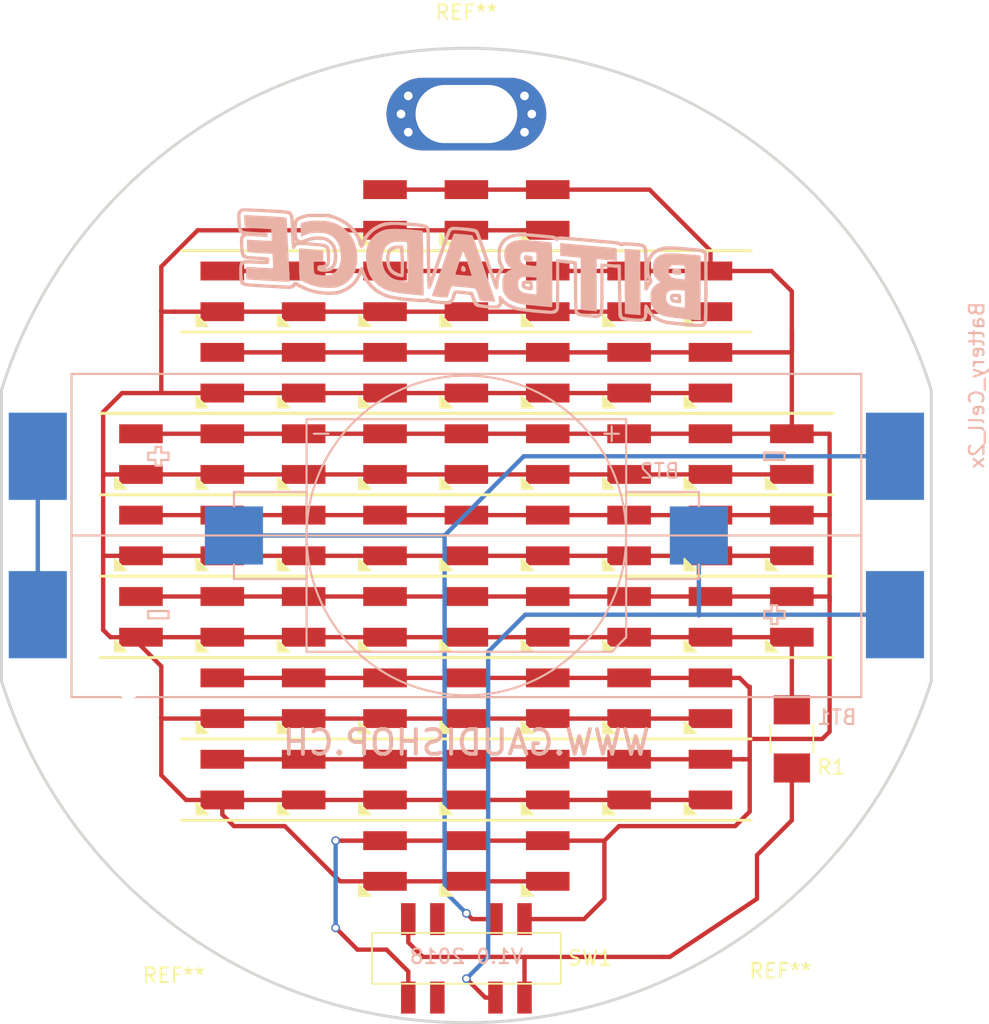
<source format=kicad_pcb>
(kicad_pcb (version 4) (host pcbnew 4.0.7-e2-6376~58~ubuntu16.04.1)
  (layers (0 F.Cu signal) (31 B.Cu signal) (34 B.Paste user) (35 F.Paste user) (36 B.SilkS user) (37 F.SilkS user) (38 B.Mask user) (39 F.Mask user) (44 Edge.Cuts user))
  (net 0 "")
  (net 1 "Net-(BT1-Pad2)")
  (net 2 "Net-(BT1-Pad1)")
  (net 3 "Net-(BT1-Pad4)")
  (net 4 "Net-(D1-Pad1)")
  (net 5 "Net-(D1-Pad2)")
  (net 6 "Net-(SW1-Pad2)")
  (net 7 "Net-(SW1-Pad6)")
  (net 8 "Net-(R1-Pad1)")
  (module GaudiLabsFootPrints:MountingHole_BitBadge (layer F.Cu) (at 100 71)
    (fp_text reference REF** (at 0 -7) (layer F.SilkS))
    (fp_text value MountingHole_6mm_Pad_Via)
    (pad 1 thru_hole oval (at 0 0) (size 11 5) (drill oval 7 4) (layers *.Cu *.Mask))
    (pad 1 thru_hole circle (at 4.5 0) (size 0.9 0.9) (drill 0.6) (layers *.Cu *.Mask))
    (pad 1 thru_hole circle (at 4 1.25) (size 0.9 0.9) (drill 0.6) (layers *.Cu *.Mask))
    (pad 1 thru_hole circle (at -4 1.25) (size 0.9 0.9) (drill 0.6) (layers *.Cu *.Mask))
    (pad 1 thru_hole circle (at -4.5 0) (size 0.9 0.9) (drill 0.6) (layers *.Cu *.Mask))
    (pad 1 thru_hole circle (at -4 -1.25) (size 0.9 0.9) (drill 0.6) (layers *.Cu *.Mask))
    (pad 1 thru_hole circle (at 4 -1.25) (size 0.9 0.9) (drill 0.6) (layers *.Cu *.Mask))
  )
  (module GaudiLabsLogos:Peace_logo (layer B.Cu) (at 80 116.62 180)
    (fp_text reference G*** hide)
    (fp_text value LOGO hide)
  )
  (module GaudiLabsFootPrints:SWITCH_MSS23D19 (layer F.Cu) (at 100 129.1)
    (fp_text reference SW1 (at 8.51 -0.02) (layer F.SilkS))
    (fp_text value SW_2P3T)
    (pad 3 smd rect (at 2 -2.7) (size 1 2.2) (layers F.Cu F.Paste F.Mask) (net 3 "Net-(BT1-Pad4)"))
    (pad 4 smd rect (at 4 -2.7) (size 1 2.2) (layers F.Cu F.Paste F.Mask) (net 4 "Net-(D1-Pad1)"))
    (pad 1 smd rect (at -4 -2.7) (size 1 2.2) (layers F.Cu F.Paste F.Mask) (net 8 "Net-(R1-Pad1)"))
    (pad 2 smd rect (at -2 -2.7) (size 1 2.2) (layers F.Cu F.Paste F.Mask) (net 6 "Net-(SW1-Pad2)"))
    (pad 7 smd rect (at 2 2.7) (size 1 2.2) (layers F.Cu F.Paste F.Mask) (net 2 "Net-(BT1-Pad1)"))
    (pad 8 smd rect (at 4 2.7) (size 1 2.2) (layers F.Cu F.Paste F.Mask) (net 8 "Net-(R1-Pad1)"))
    (pad 6 smd rect (at -2 2.7) (size 1 2.2) (layers F.Cu F.Paste F.Mask) (net 7 "Net-(SW1-Pad6)"))
    (pad 5 smd rect (at -4 2.7) (size 1 2.2) (layers F.Cu F.Paste F.Mask) (net 4 "Net-(D1-Pad1)"))
  )
  (module GaudiLabsFootPrints:TopLed_BitBadge (layer F.Cu) (at 94.4 77.6)
    (fp_text reference D1 hide)
    (fp_text value LED_ALT)
    (pad 1 smd rect (at 0 -1.4) (size 3 1.3) (layers F.Cu F.Paste F.Mask) (net 4 "Net-(D1-Pad1)"))
    (pad 2 smd rect (at 0 1.4) (size 3 1.3) (layers F.Cu F.Paste F.Mask) (net 5 "Net-(D1-Pad2)"))
  )
  (module GaudiLabsFootPrints:TopLed_BitBadge (layer F.Cu) (at 100 77.6)
    (fp_text reference D2 hide)
    (fp_text value LED_ALT)
    (pad 1 smd rect (at 0 -1.4) (size 3 1.3) (layers F.Cu F.Paste F.Mask) (net 4 "Net-(D1-Pad1)"))
    (pad 2 smd rect (at 0 1.4) (size 3 1.3) (layers F.Cu F.Paste F.Mask) (net 5 "Net-(D1-Pad2)"))
  )
  (module GaudiLabsFootPrints:TopLed_BitBadge (layer F.Cu) (at 105.6 77.6)
    (fp_text reference D3 hide)
    (fp_text value LED_ALT)
    (pad 1 smd rect (at 0 -1.4) (size 3 1.3) (layers F.Cu F.Paste F.Mask) (net 4 "Net-(D1-Pad1)"))
    (pad 2 smd rect (at 0 1.4) (size 3 1.3) (layers F.Cu F.Paste F.Mask) (net 5 "Net-(D1-Pad2)"))
  )
  (module GaudiLabsFootPrints:TopLed_BitBadge (layer F.Cu) (at 83.2 83.2)
    (fp_text reference D4 hide)
    (fp_text value LED_ALT)
    (pad 1 smd rect (at 0 -1.4) (size 3 1.3) (layers F.Cu F.Paste F.Mask) (net 4 "Net-(D1-Pad1)"))
    (pad 2 smd rect (at 0 1.4) (size 3 1.3) (layers F.Cu F.Paste F.Mask) (net 5 "Net-(D1-Pad2)"))
  )
  (module GaudiLabsFootPrints:TopLed_BitBadge (layer F.Cu) (at 88.8 83.2)
    (fp_text reference D5 hide)
    (fp_text value LED_ALT)
    (pad 1 smd rect (at 0 -1.4) (size 3 1.3) (layers F.Cu F.Paste F.Mask) (net 4 "Net-(D1-Pad1)"))
    (pad 2 smd rect (at 0 1.4) (size 3 1.3) (layers F.Cu F.Paste F.Mask) (net 5 "Net-(D1-Pad2)"))
  )
  (module GaudiLabsFootPrints:TopLed_BitBadge (layer F.Cu) (at 94.4 83.2)
    (fp_text reference D6 hide)
    (fp_text value LED_ALT)
    (pad 1 smd rect (at 0 -1.4) (size 3 1.3) (layers F.Cu F.Paste F.Mask) (net 4 "Net-(D1-Pad1)"))
    (pad 2 smd rect (at 0 1.4) (size 3 1.3) (layers F.Cu F.Paste F.Mask) (net 5 "Net-(D1-Pad2)"))
  )
  (module GaudiLabsFootPrints:TopLed_BitBadge (layer F.Cu) (at 100 83.2)
    (fp_text reference D7 hide)
    (fp_text value LED_ALT)
    (pad 1 smd rect (at 0 -1.4) (size 3 1.3) (layers F.Cu F.Paste F.Mask) (net 4 "Net-(D1-Pad1)"))
    (pad 2 smd rect (at 0 1.4) (size 3 1.3) (layers F.Cu F.Paste F.Mask) (net 5 "Net-(D1-Pad2)"))
  )
  (module GaudiLabsFootPrints:TopLed_BitBadge (layer F.Cu) (at 105.6 83.2)
    (fp_text reference D8 hide)
    (fp_text value LED_ALT)
    (pad 1 smd rect (at 0 -1.4) (size 3 1.3) (layers F.Cu F.Paste F.Mask) (net 4 "Net-(D1-Pad1)"))
    (pad 2 smd rect (at 0 1.4) (size 3 1.3) (layers F.Cu F.Paste F.Mask) (net 5 "Net-(D1-Pad2)"))
  )
  (module GaudiLabsFootPrints:TopLed_BitBadge (layer F.Cu) (at 111.2 83.2)
    (fp_text reference D9 hide)
    (fp_text value LED_ALT)
    (pad 1 smd rect (at 0 -1.4) (size 3 1.3) (layers F.Cu F.Paste F.Mask) (net 4 "Net-(D1-Pad1)"))
    (pad 2 smd rect (at 0 1.4) (size 3 1.3) (layers F.Cu F.Paste F.Mask) (net 5 "Net-(D1-Pad2)"))
  )
  (module GaudiLabsFootPrints:TopLed_BitBadge (layer F.Cu) (at 116.8 83.2)
    (fp_text reference D10 hide)
    (fp_text value LED_ALT)
    (pad 1 smd rect (at 0 -1.4) (size 3 1.3) (layers F.Cu F.Paste F.Mask) (net 4 "Net-(D1-Pad1)"))
    (pad 2 smd rect (at 0 1.4) (size 3 1.3) (layers F.Cu F.Paste F.Mask) (net 5 "Net-(D1-Pad2)"))
  )
  (module GaudiLabsFootPrints:TopLed_BitBadge (layer F.Cu) (at 83.2 88.8)
    (fp_text reference D11 hide)
    (fp_text value LED_ALT)
    (pad 1 smd rect (at 0 -1.4) (size 3 1.3) (layers F.Cu F.Paste F.Mask) (net 4 "Net-(D1-Pad1)"))
    (pad 2 smd rect (at 0 1.4) (size 3 1.3) (layers F.Cu F.Paste F.Mask) (net 5 "Net-(D1-Pad2)"))
  )
  (module GaudiLabsFootPrints:TopLed_BitBadge (layer F.Cu) (at 88.8 88.8)
    (fp_text reference D12 hide)
    (fp_text value LED_ALT)
    (pad 1 smd rect (at 0 -1.4) (size 3 1.3) (layers F.Cu F.Paste F.Mask) (net 4 "Net-(D1-Pad1)"))
    (pad 2 smd rect (at 0 1.4) (size 3 1.3) (layers F.Cu F.Paste F.Mask) (net 5 "Net-(D1-Pad2)"))
  )
  (module GaudiLabsFootPrints:TopLed_BitBadge (layer F.Cu) (at 94.4 88.8)
    (fp_text reference D13 hide)
    (fp_text value LED_ALT)
    (pad 1 smd rect (at 0 -1.4) (size 3 1.3) (layers F.Cu F.Paste F.Mask) (net 4 "Net-(D1-Pad1)"))
    (pad 2 smd rect (at 0 1.4) (size 3 1.3) (layers F.Cu F.Paste F.Mask) (net 5 "Net-(D1-Pad2)"))
  )
  (module GaudiLabsFootPrints:TopLed_BitBadge (layer F.Cu) (at 100 88.8)
    (fp_text reference D14 hide)
    (fp_text value LED_ALT)
    (pad 1 smd rect (at 0 -1.4) (size 3 1.3) (layers F.Cu F.Paste F.Mask) (net 4 "Net-(D1-Pad1)"))
    (pad 2 smd rect (at 0 1.4) (size 3 1.3) (layers F.Cu F.Paste F.Mask) (net 5 "Net-(D1-Pad2)"))
  )
  (module GaudiLabsFootPrints:TopLed_BitBadge (layer F.Cu) (at 105.6 88.8)
    (fp_text reference D15 hide)
    (fp_text value LED_ALT)
    (pad 1 smd rect (at 0 -1.4) (size 3 1.3) (layers F.Cu F.Paste F.Mask) (net 4 "Net-(D1-Pad1)"))
    (pad 2 smd rect (at 0 1.4) (size 3 1.3) (layers F.Cu F.Paste F.Mask) (net 5 "Net-(D1-Pad2)"))
  )
  (module GaudiLabsFootPrints:TopLed_BitBadge (layer F.Cu) (at 111.2 88.8)
    (fp_text reference D16 hide)
    (fp_text value LED_ALT)
    (pad 1 smd rect (at 0 -1.4) (size 3 1.3) (layers F.Cu F.Paste F.Mask) (net 4 "Net-(D1-Pad1)"))
    (pad 2 smd rect (at 0 1.4) (size 3 1.3) (layers F.Cu F.Paste F.Mask) (net 5 "Net-(D1-Pad2)"))
  )
  (module GaudiLabsFootPrints:TopLed_BitBadge (layer F.Cu) (at 116.8 88.8)
    (fp_text reference D17 hide)
    (fp_text value LED_ALT)
    (pad 1 smd rect (at 0 -1.4) (size 3 1.3) (layers F.Cu F.Paste F.Mask) (net 4 "Net-(D1-Pad1)"))
    (pad 2 smd rect (at 0 1.4) (size 3 1.3) (layers F.Cu F.Paste F.Mask) (net 5 "Net-(D1-Pad2)"))
  )
  (module GaudiLabsFootPrints:TopLed_BitBadge (layer F.Cu) (at 77.6 94.4)
    (fp_text reference D18 hide)
    (fp_text value LED_ALT)
    (pad 1 smd rect (at 0 -1.4) (size 3 1.3) (layers F.Cu F.Paste F.Mask) (net 4 "Net-(D1-Pad1)"))
    (pad 2 smd rect (at 0 1.4) (size 3 1.3) (layers F.Cu F.Paste F.Mask) (net 5 "Net-(D1-Pad2)"))
  )
  (module GaudiLabsFootPrints:TopLed_BitBadge (layer F.Cu) (at 83.2 94.4)
    (fp_text reference D19 hide)
    (fp_text value LED_ALT)
    (pad 1 smd rect (at 0 -1.4) (size 3 1.3) (layers F.Cu F.Paste F.Mask) (net 4 "Net-(D1-Pad1)"))
    (pad 2 smd rect (at 0 1.4) (size 3 1.3) (layers F.Cu F.Paste F.Mask) (net 5 "Net-(D1-Pad2)"))
  )
  (module GaudiLabsFootPrints:TopLed_BitBadge (layer F.Cu) (at 88.8 94.4)
    (fp_text reference D20 hide)
    (fp_text value LED_ALT)
    (pad 1 smd rect (at 0 -1.4) (size 3 1.3) (layers F.Cu F.Paste F.Mask) (net 4 "Net-(D1-Pad1)"))
    (pad 2 smd rect (at 0 1.4) (size 3 1.3) (layers F.Cu F.Paste F.Mask) (net 5 "Net-(D1-Pad2)"))
  )
  (module GaudiLabsFootPrints:TopLed_BitBadge (layer F.Cu) (at 94.4 94.4)
    (fp_text reference D21 hide)
    (fp_text value LED_ALT)
    (pad 1 smd rect (at 0 -1.4) (size 3 1.3) (layers F.Cu F.Paste F.Mask) (net 4 "Net-(D1-Pad1)"))
    (pad 2 smd rect (at 0 1.4) (size 3 1.3) (layers F.Cu F.Paste F.Mask) (net 5 "Net-(D1-Pad2)"))
  )
  (module GaudiLabsFootPrints:TopLed_BitBadge (layer F.Cu) (at 100 94.4)
    (fp_text reference D22 hide)
    (fp_text value LED_ALT)
    (pad 1 smd rect (at 0 -1.4) (size 3 1.3) (layers F.Cu F.Paste F.Mask) (net 4 "Net-(D1-Pad1)"))
    (pad 2 smd rect (at 0 1.4) (size 3 1.3) (layers F.Cu F.Paste F.Mask) (net 5 "Net-(D1-Pad2)"))
  )
  (module GaudiLabsFootPrints:TopLed_BitBadge (layer F.Cu) (at 105.6 94.4)
    (fp_text reference D23 hide)
    (fp_text value LED_ALT)
    (pad 1 smd rect (at 0 -1.4) (size 3 1.3) (layers F.Cu F.Paste F.Mask) (net 4 "Net-(D1-Pad1)"))
    (pad 2 smd rect (at 0 1.4) (size 3 1.3) (layers F.Cu F.Paste F.Mask) (net 5 "Net-(D1-Pad2)"))
  )
  (module GaudiLabsFootPrints:TopLed_BitBadge (layer F.Cu) (at 111.2 94.4)
    (fp_text reference D24 hide)
    (fp_text value LED_ALT)
    (pad 1 smd rect (at 0 -1.4) (size 3 1.3) (layers F.Cu F.Paste F.Mask) (net 4 "Net-(D1-Pad1)"))
    (pad 2 smd rect (at 0 1.4) (size 3 1.3) (layers F.Cu F.Paste F.Mask) (net 5 "Net-(D1-Pad2)"))
  )
  (module GaudiLabsFootPrints:TopLed_BitBadge (layer F.Cu) (at 116.8 94.4)
    (fp_text reference D25 hide)
    (fp_text value LED_ALT)
    (pad 1 smd rect (at 0 -1.4) (size 3 1.3) (layers F.Cu F.Paste F.Mask) (net 4 "Net-(D1-Pad1)"))
    (pad 2 smd rect (at 0 1.4) (size 3 1.3) (layers F.Cu F.Paste F.Mask) (net 5 "Net-(D1-Pad2)"))
  )
  (module GaudiLabsFootPrints:TopLed_BitBadge (layer F.Cu) (at 122.4 94.4)
    (fp_text reference D26 hide)
    (fp_text value LED_ALT)
    (pad 1 smd rect (at 0 -1.4) (size 3 1.3) (layers F.Cu F.Paste F.Mask) (net 4 "Net-(D1-Pad1)"))
    (pad 2 smd rect (at 0 1.4) (size 3 1.3) (layers F.Cu F.Paste F.Mask) (net 5 "Net-(D1-Pad2)"))
  )
  (module GaudiLabsFootPrints:TopLed_BitBadge (layer F.Cu) (at 77.6 100)
    (fp_text reference D27 hide)
    (fp_text value LED_ALT)
    (pad 1 smd rect (at 0 -1.4) (size 3 1.3) (layers F.Cu F.Paste F.Mask) (net 4 "Net-(D1-Pad1)"))
    (pad 2 smd rect (at 0 1.4) (size 3 1.3) (layers F.Cu F.Paste F.Mask) (net 5 "Net-(D1-Pad2)"))
  )
  (module GaudiLabsFootPrints:TopLed_BitBadge (layer F.Cu) (at 83.2 100)
    (fp_text reference D28 hide)
    (fp_text value LED_ALT)
    (pad 1 smd rect (at 0 -1.4) (size 3 1.3) (layers F.Cu F.Paste F.Mask) (net 4 "Net-(D1-Pad1)"))
    (pad 2 smd rect (at 0 1.4) (size 3 1.3) (layers F.Cu F.Paste F.Mask) (net 5 "Net-(D1-Pad2)"))
  )
  (module GaudiLabsFootPrints:TopLed_BitBadge (layer F.Cu) (at 88.8 100)
    (fp_text reference D29 hide)
    (fp_text value LED_ALT)
    (pad 1 smd rect (at 0 -1.4) (size 3 1.3) (layers F.Cu F.Paste F.Mask) (net 4 "Net-(D1-Pad1)"))
    (pad 2 smd rect (at 0 1.4) (size 3 1.3) (layers F.Cu F.Paste F.Mask) (net 5 "Net-(D1-Pad2)"))
  )
  (module GaudiLabsFootPrints:TopLed_BitBadge (layer F.Cu) (at 94.4 100)
    (fp_text reference D30 hide)
    (fp_text value LED_ALT)
    (pad 1 smd rect (at 0 -1.4) (size 3 1.3) (layers F.Cu F.Paste F.Mask) (net 4 "Net-(D1-Pad1)"))
    (pad 2 smd rect (at 0 1.4) (size 3 1.3) (layers F.Cu F.Paste F.Mask) (net 5 "Net-(D1-Pad2)"))
  )
  (module GaudiLabsFootPrints:TopLed_BitBadge (layer F.Cu) (at 100 100)
    (fp_text reference D31 hide)
    (fp_text value LED_ALT)
    (pad 1 smd rect (at 0 -1.4) (size 3 1.3) (layers F.Cu F.Paste F.Mask) (net 4 "Net-(D1-Pad1)"))
    (pad 2 smd rect (at 0 1.4) (size 3 1.3) (layers F.Cu F.Paste F.Mask) (net 5 "Net-(D1-Pad2)"))
  )
  (module GaudiLabsFootPrints:TopLed_BitBadge (layer F.Cu) (at 105.6 100)
    (fp_text reference D32 hide)
    (fp_text value LED_ALT)
    (pad 1 smd rect (at 0 -1.4) (size 3 1.3) (layers F.Cu F.Paste F.Mask) (net 4 "Net-(D1-Pad1)"))
    (pad 2 smd rect (at 0 1.4) (size 3 1.3) (layers F.Cu F.Paste F.Mask) (net 5 "Net-(D1-Pad2)"))
  )
  (module GaudiLabsFootPrints:TopLed_BitBadge (layer F.Cu) (at 111.2 100)
    (fp_text reference D33 hide)
    (fp_text value LED_ALT)
    (pad 1 smd rect (at 0 -1.4) (size 3 1.3) (layers F.Cu F.Paste F.Mask) (net 4 "Net-(D1-Pad1)"))
    (pad 2 smd rect (at 0 1.4) (size 3 1.3) (layers F.Cu F.Paste F.Mask) (net 5 "Net-(D1-Pad2)"))
  )
  (module GaudiLabsFootPrints:TopLed_BitBadge (layer F.Cu) (at 116.8 100)
    (fp_text reference D34 hide)
    (fp_text value LED_ALT)
    (pad 1 smd rect (at 0 -1.4) (size 3 1.3) (layers F.Cu F.Paste F.Mask) (net 4 "Net-(D1-Pad1)"))
    (pad 2 smd rect (at 0 1.4) (size 3 1.3) (layers F.Cu F.Paste F.Mask) (net 5 "Net-(D1-Pad2)"))
  )
  (module GaudiLabsFootPrints:TopLed_BitBadge (layer F.Cu) (at 122.4 100)
    (fp_text reference D35 hide)
    (fp_text value LED_ALT)
    (pad 1 smd rect (at 0 -1.4) (size 3 1.3) (layers F.Cu F.Paste F.Mask) (net 4 "Net-(D1-Pad1)"))
    (pad 2 smd rect (at 0 1.4) (size 3 1.3) (layers F.Cu F.Paste F.Mask) (net 5 "Net-(D1-Pad2)"))
  )
  (module GaudiLabsFootPrints:TopLed_BitBadge (layer F.Cu) (at 77.6 105.6)
    (fp_text reference D36 hide)
    (fp_text value LED_ALT)
    (pad 1 smd rect (at 0 -1.4) (size 3 1.3) (layers F.Cu F.Paste F.Mask) (net 4 "Net-(D1-Pad1)"))
    (pad 2 smd rect (at 0 1.4) (size 3 1.3) (layers F.Cu F.Paste F.Mask) (net 5 "Net-(D1-Pad2)"))
  )
  (module GaudiLabsFootPrints:TopLed_BitBadge (layer F.Cu) (at 83.2 105.6)
    (fp_text reference D37 hide)
    (fp_text value LED_ALT)
    (pad 1 smd rect (at 0 -1.4) (size 3 1.3) (layers F.Cu F.Paste F.Mask) (net 4 "Net-(D1-Pad1)"))
    (pad 2 smd rect (at 0 1.4) (size 3 1.3) (layers F.Cu F.Paste F.Mask) (net 5 "Net-(D1-Pad2)"))
  )
  (module GaudiLabsFootPrints:TopLed_BitBadge (layer F.Cu) (at 88.8 105.6)
    (fp_text reference D38 hide)
    (fp_text value LED_ALT)
    (pad 1 smd rect (at 0 -1.4) (size 3 1.3) (layers F.Cu F.Paste F.Mask) (net 4 "Net-(D1-Pad1)"))
    (pad 2 smd rect (at 0 1.4) (size 3 1.3) (layers F.Cu F.Paste F.Mask) (net 5 "Net-(D1-Pad2)"))
  )
  (module GaudiLabsFootPrints:TopLed_BitBadge (layer F.Cu) (at 94.4 105.6)
    (fp_text reference D39 hide)
    (fp_text value LED_ALT)
    (pad 1 smd rect (at 0 -1.4) (size 3 1.3) (layers F.Cu F.Paste F.Mask) (net 4 "Net-(D1-Pad1)"))
    (pad 2 smd rect (at 0 1.4) (size 3 1.3) (layers F.Cu F.Paste F.Mask) (net 5 "Net-(D1-Pad2)"))
  )
  (module GaudiLabsFootPrints:TopLed_BitBadge (layer F.Cu) (at 100 105.6)
    (fp_text reference D40 hide)
    (fp_text value LED_ALT)
    (pad 1 smd rect (at 0 -1.4) (size 3 1.3) (layers F.Cu F.Paste F.Mask) (net 4 "Net-(D1-Pad1)"))
    (pad 2 smd rect (at 0 1.4) (size 3 1.3) (layers F.Cu F.Paste F.Mask) (net 5 "Net-(D1-Pad2)"))
  )
  (module GaudiLabsFootPrints:TopLed_BitBadge (layer F.Cu) (at 105.6 105.6)
    (fp_text reference D41 hide)
    (fp_text value LED_ALT)
    (pad 1 smd rect (at 0 -1.4) (size 3 1.3) (layers F.Cu F.Paste F.Mask) (net 4 "Net-(D1-Pad1)"))
    (pad 2 smd rect (at 0 1.4) (size 3 1.3) (layers F.Cu F.Paste F.Mask) (net 5 "Net-(D1-Pad2)"))
  )
  (module GaudiLabsFootPrints:TopLed_BitBadge (layer F.Cu) (at 111.2 105.6)
    (fp_text reference D42 hide)
    (fp_text value LED_ALT)
    (pad 1 smd rect (at 0 -1.4) (size 3 1.3) (layers F.Cu F.Paste F.Mask) (net 4 "Net-(D1-Pad1)"))
    (pad 2 smd rect (at 0 1.4) (size 3 1.3) (layers F.Cu F.Paste F.Mask) (net 5 "Net-(D1-Pad2)"))
  )
  (module GaudiLabsFootPrints:TopLed_BitBadge (layer F.Cu) (at 116.8 105.6)
    (fp_text reference D43 hide)
    (fp_text value LED_ALT)
    (pad 1 smd rect (at 0 -1.4) (size 3 1.3) (layers F.Cu F.Paste F.Mask) (net 4 "Net-(D1-Pad1)"))
    (pad 2 smd rect (at 0 1.4) (size 3 1.3) (layers F.Cu F.Paste F.Mask) (net 5 "Net-(D1-Pad2)"))
  )
  (module GaudiLabsFootPrints:TopLed_BitBadge (layer F.Cu) (at 122.4 105.6)
    (fp_text reference D44 hide)
    (fp_text value LED_ALT)
    (pad 1 smd rect (at 0 -1.4) (size 3 1.3) (layers F.Cu F.Paste F.Mask) (net 4 "Net-(D1-Pad1)"))
    (pad 2 smd rect (at 0 1.4) (size 3 1.3) (layers F.Cu F.Paste F.Mask) (net 5 "Net-(D1-Pad2)"))
  )
  (module GaudiLabsFootPrints:TopLed_BitBadge (layer F.Cu) (at 83.2 111.2)
    (fp_text reference D45 hide)
    (fp_text value LED_ALT)
    (pad 1 smd rect (at 0 -1.4) (size 3 1.3) (layers F.Cu F.Paste F.Mask) (net 4 "Net-(D1-Pad1)"))
    (pad 2 smd rect (at 0 1.4) (size 3 1.3) (layers F.Cu F.Paste F.Mask) (net 5 "Net-(D1-Pad2)"))
  )
  (module GaudiLabsFootPrints:TopLed_BitBadge (layer F.Cu) (at 88.8 111.2)
    (fp_text reference D46 hide)
    (fp_text value LED_ALT)
    (pad 1 smd rect (at 0 -1.4) (size 3 1.3) (layers F.Cu F.Paste F.Mask) (net 4 "Net-(D1-Pad1)"))
    (pad 2 smd rect (at 0 1.4) (size 3 1.3) (layers F.Cu F.Paste F.Mask) (net 5 "Net-(D1-Pad2)"))
  )
  (module GaudiLabsFootPrints:TopLed_BitBadge (layer F.Cu) (at 94.4 111.2)
    (fp_text reference D47 hide)
    (fp_text value LED_ALT)
    (pad 1 smd rect (at 0 -1.4) (size 3 1.3) (layers F.Cu F.Paste F.Mask) (net 4 "Net-(D1-Pad1)"))
    (pad 2 smd rect (at 0 1.4) (size 3 1.3) (layers F.Cu F.Paste F.Mask) (net 5 "Net-(D1-Pad2)"))
  )
  (module GaudiLabsFootPrints:TopLed_BitBadge (layer F.Cu) (at 100 111.2)
    (fp_text reference D48 hide)
    (fp_text value LED_ALT)
    (pad 1 smd rect (at 0 -1.4) (size 3 1.3) (layers F.Cu F.Paste F.Mask) (net 4 "Net-(D1-Pad1)"))
    (pad 2 smd rect (at 0 1.4) (size 3 1.3) (layers F.Cu F.Paste F.Mask) (net 5 "Net-(D1-Pad2)"))
  )
  (module GaudiLabsFootPrints:TopLed_BitBadge (layer F.Cu) (at 105.6 111.2)
    (fp_text reference D49 hide)
    (fp_text value LED_ALT)
    (pad 1 smd rect (at 0 -1.4) (size 3 1.3) (layers F.Cu F.Paste F.Mask) (net 4 "Net-(D1-Pad1)"))
    (pad 2 smd rect (at 0 1.4) (size 3 1.3) (layers F.Cu F.Paste F.Mask) (net 5 "Net-(D1-Pad2)"))
  )
  (module GaudiLabsFootPrints:TopLed_BitBadge (layer F.Cu) (at 111.2 111.2)
    (fp_text reference D50 hide)
    (fp_text value LED_ALT)
    (pad 1 smd rect (at 0 -1.4) (size 3 1.3) (layers F.Cu F.Paste F.Mask) (net 4 "Net-(D1-Pad1)"))
    (pad 2 smd rect (at 0 1.4) (size 3 1.3) (layers F.Cu F.Paste F.Mask) (net 5 "Net-(D1-Pad2)"))
  )
  (module GaudiLabsFootPrints:TopLed_BitBadge (layer F.Cu) (at 116.8 111.2)
    (fp_text reference D51 hide)
    (fp_text value LED_ALT)
    (pad 1 smd rect (at 0 -1.4) (size 3 1.3) (layers F.Cu F.Paste F.Mask) (net 4 "Net-(D1-Pad1)"))
    (pad 2 smd rect (at 0 1.4) (size 3 1.3) (layers F.Cu F.Paste F.Mask) (net 5 "Net-(D1-Pad2)"))
  )
  (module GaudiLabsFootPrints:TopLed_BitBadge (layer F.Cu) (at 83.2 116.8)
    (fp_text reference D52 hide)
    (fp_text value LED_ALT)
    (pad 1 smd rect (at 0 -1.4) (size 3 1.3) (layers F.Cu F.Paste F.Mask) (net 4 "Net-(D1-Pad1)"))
    (pad 2 smd rect (at 0 1.4) (size 3 1.3) (layers F.Cu F.Paste F.Mask) (net 5 "Net-(D1-Pad2)"))
  )
  (module GaudiLabsFootPrints:TopLed_BitBadge (layer F.Cu) (at 88.8 116.8)
    (fp_text reference D53 hide)
    (fp_text value LED_ALT)
    (pad 1 smd rect (at 0 -1.4) (size 3 1.3) (layers F.Cu F.Paste F.Mask) (net 4 "Net-(D1-Pad1)"))
    (pad 2 smd rect (at 0 1.4) (size 3 1.3) (layers F.Cu F.Paste F.Mask) (net 5 "Net-(D1-Pad2)"))
  )
  (module GaudiLabsFootPrints:TopLed_BitBadge (layer F.Cu) (at 94.4 116.8)
    (fp_text reference D54 hide)
    (fp_text value LED_ALT)
    (pad 1 smd rect (at 0 -1.4) (size 3 1.3) (layers F.Cu F.Paste F.Mask) (net 4 "Net-(D1-Pad1)"))
    (pad 2 smd rect (at 0 1.4) (size 3 1.3) (layers F.Cu F.Paste F.Mask) (net 5 "Net-(D1-Pad2)"))
  )
  (module GaudiLabsFootPrints:TopLed_BitBadge (layer F.Cu) (at 100 116.8)
    (fp_text reference D55 hide)
    (fp_text value LED_ALT)
    (pad 1 smd rect (at 0 -1.4) (size 3 1.3) (layers F.Cu F.Paste F.Mask) (net 4 "Net-(D1-Pad1)"))
    (pad 2 smd rect (at 0 1.4) (size 3 1.3) (layers F.Cu F.Paste F.Mask) (net 5 "Net-(D1-Pad2)"))
  )
  (module GaudiLabsFootPrints:TopLed_BitBadge (layer F.Cu) (at 105.6 116.8)
    (fp_text reference D56 hide)
    (fp_text value LED_ALT)
    (pad 1 smd rect (at 0 -1.4) (size 3 1.3) (layers F.Cu F.Paste F.Mask) (net 4 "Net-(D1-Pad1)"))
    (pad 2 smd rect (at 0 1.4) (size 3 1.3) (layers F.Cu F.Paste F.Mask) (net 5 "Net-(D1-Pad2)"))
  )
  (module GaudiLabsFootPrints:TopLed_BitBadge (layer F.Cu) (at 111.2 116.8)
    (fp_text reference D57 hide)
    (fp_text value LED_ALT)
    (pad 1 smd rect (at 0 -1.4) (size 3 1.3) (layers F.Cu F.Paste F.Mask) (net 4 "Net-(D1-Pad1)"))
    (pad 2 smd rect (at 0 1.4) (size 3 1.3) (layers F.Cu F.Paste F.Mask) (net 5 "Net-(D1-Pad2)"))
  )
  (module GaudiLabsFootPrints:TopLed_BitBadge (layer F.Cu) (at 116.8 116.8)
    (fp_text reference D58 hide)
    (fp_text value LED_ALT)
    (pad 1 smd rect (at 0 -1.4) (size 3 1.3) (layers F.Cu F.Paste F.Mask) (net 4 "Net-(D1-Pad1)"))
    (pad 2 smd rect (at 0 1.4) (size 3 1.3) (layers F.Cu F.Paste F.Mask) (net 5 "Net-(D1-Pad2)"))
  )
  (module GaudiLabsFootPrints:TopLed_BitBadge (layer F.Cu) (at 94.4 122.4)
    (fp_text reference D59 hide)
    (fp_text value LED_ALT)
    (pad 1 smd rect (at 0 -1.4) (size 3 1.3) (layers F.Cu F.Paste F.Mask) (net 4 "Net-(D1-Pad1)"))
    (pad 2 smd rect (at 0 1.4) (size 3 1.3) (layers F.Cu F.Paste F.Mask) (net 5 "Net-(D1-Pad2)"))
  )
  (module GaudiLabsFootPrints:TopLed_BitBadge (layer F.Cu) (at 100 122.4)
    (fp_text reference D60 hide)
    (fp_text value LED_ALT)
    (pad 1 smd rect (at 0 -1.4) (size 3 1.3) (layers F.Cu F.Paste F.Mask) (net 4 "Net-(D1-Pad1)"))
    (pad 2 smd rect (at 0 1.4) (size 3 1.3) (layers F.Cu F.Paste F.Mask) (net 5 "Net-(D1-Pad2)"))
  )
  (module GaudiLabsFootPrints:TopLed_BitBadge (layer F.Cu) (at 105.6 122.4)
    (fp_text reference D61 hide)
    (fp_text value LED_ALT)
    (pad 1 smd rect (at 0 -1.4) (size 3 1.3) (layers F.Cu F.Paste F.Mask) (net 4 "Net-(D1-Pad1)"))
    (pad 2 smd rect (at 0 1.4) (size 3 1.3) (layers F.Cu F.Paste F.Mask) (net 5 "Net-(D1-Pad2)"))
  )
  (module Resistors_SMD:R_1210_HandSoldering (layer F.Cu) (at 122.4 114 90)
    (fp_text reference R1 (at -1.94 2.72 180) (layer F.SilkS))
    (fp_text value R)
    (pad 1 smd rect (at -2 0 90) (size 2 2.5) (layers F.Cu F.Paste F.Mask) (net 8 "Net-(R1-Pad1)"))
    (pad 2 smd rect (at 2 0 90) (size 2 2.5) (layers F.Cu F.Paste F.Mask) (net 5 "Net-(D1-Pad2)"))
  )
  (module GaudiLabsFootPrints:CR2032_Holder (layer B.Cu) (at 100 100)
    (fp_text reference BT2 (at 13.3 -4.44) (layer B.SilkS) (effects (justify mirror)))
    (fp_text value Battery_Cell)
    (pad 2 smd rect (at -16 0) (size 4 4) (layers B.Cu B.Paste B.Mask) (net 3 "Net-(BT1-Pad4)"))
    (pad 1 smd rect (at 16 0) (size 4 4) (layers B.Cu B.Paste B.Mask) (net 2 "Net-(BT1-Pad1)"))
  )
  (module Mounting_Holes:MountingHole_3.2mm_M3_ISO14580 (layer F.Cu) (at 115 124)
    (fp_text reference REF** (at 6.62 5.96) (layer F.SilkS))
    (fp_text value MountingHole_3.2mm_M3_ISO14580)
    (pad 1 np_thru_hole circle (at 0 0) (size 3.2 3.2) (drill 3.2) (layers *.Cu *.Mask))
  )
  (module Mounting_Holes:MountingHole_3.2mm_M3_ISO14580 (layer F.Cu) (at 85 124)
    (fp_text reference REF** (at -5.13 6.27) (layer F.SilkS))
    (fp_text value MountingHole_3.2mm_M3_ISO14580)
    (pad 1 np_thru_hole circle (at 0 0) (size 3.2 3.2) (drill 3.2) (layers *.Cu *.Mask))
  )
  (module GaudiLabsLogos:BitBadge_logo (layer B.Cu) (at 100.5 81.59 180)
    (fp_text reference G*** hide)
    (fp_text value LOGO hide)
  )
  (module GaudiLabsLogos:BitBadge_logo_mask (layer B.Cu) (at 100.42 81.6 180)
    (fp_text reference G*** hide)
    (fp_text value LOGO hide)
  )
  (module GaudiLabsFootPrints:BAT_HOLDER_AAA_DOUBLE_BITBADGE (layer B.Cu) (at 100 100)
    (fp_text reference BT1 (at 25.5 12.51) (layer B.SilkS) (effects (justify mirror)))
    (fp_text value Battery_Cell_2x (at 35.128 -10.338 270) (layer B.SilkS) (effects (justify mirror)))
    (pad 2 smd rect (at -29.5 5.45) (size 4 6) (layers B.Cu B.Paste B.Mask) (net 1 "Net-(BT1-Pad2)"))
    (pad 1 smd rect (at 29.5 5.45) (size 4 6) (layers B.Cu B.Paste B.Mask) (net 2 "Net-(BT1-Pad1)"))
    (pad 3 smd rect (at -29.5 -5.45) (size 4 6) (layers B.Cu B.Paste B.Mask) (net 1 "Net-(BT1-Pad2)"))
    (pad 4 smd rect (at 29.5 -5.45) (size 4 6) (layers B.Cu B.Paste B.Mask) (net 3 "Net-(BT1-Pad4)"))
    (pad "" np_thru_hole circle (at -23.25 10.475) (size 1.6 1.6) (drill 1.6) (layers *.Cu *.Mask))
  )
  (module GaudiLabsLogos:GitHubCat_mask (layer B.Cu) (at 120 116.62 180)
    (fp_text reference G*** hide)
    (fp_text value LOGO hide)
  )
  (gr_text "V1.0 2018" (at 100.01 128.97) (layer B.SilkS) (effects (font (size 1 1)) (justify mirror)))
  (gr_text WWW.GAUDISHOP.CH (at 100 114.25) (layer B.SilkS) (effects (font (size 1.7 1.7) (thickness 0.27)) (justify mirror)))
  (gr_arc (start 100 100) (end 68 90) (angle 145.3) (layer Edge.Cuts) (width 0.2))
  (gr_arc (start 100 100) (end 132 110) (angle 145.3) (layer Edge.Cuts) (width 0.2))
  (gr_line (start 80.4 119.6) (end 119.6 119.6) (angle 90) (layer F.SilkS) (width 0.2))
  (gr_line (start 80.4 80.4) (end 119.6 80.4) (angle 90) (layer F.SilkS) (width 0.2))
  (gr_line (start 80.4 114) (end 119.6 114) (angle 90) (layer F.SilkS) (width 0.2))
  (gr_line (start 74.8 108.4) (end 125.2 108.4) (angle 90) (layer F.SilkS) (width 0.2))
  (gr_line (start 74.8 102.8) (end 125.2 102.8) (angle 90) (layer F.SilkS) (width 0.2))
  (gr_line (start 74.8 97.2) (end 125.2 97.2) (angle 90) (layer F.SilkS) (width 0.2))
  (gr_line (start 74.8 91.6) (end 125.2 91.6) (angle 90) (layer F.SilkS) (width 0.2))
  (gr_line (start 125.2 91.6) (end 74.8 91.6) (angle 90) (layer F.SilkS) (width 0.2))
  (gr_line (start 74.8 91.6) (end 125.2 91.6) (angle 90) (layer F.SilkS) (width 0.2))
  (gr_line (start 80.4 86) (end 119.6 86) (angle 90) (layer F.SilkS) (width 0.2))
  (gr_line (start 132 90) (end 132 110) (angle 90) (layer Edge.Cuts) (width 0.2))
  (gr_line (start 68 90) (end 68 110) (angle 90) (layer Edge.Cuts) (width 0.2))
  (segment (start 70.5 94.55) (end 70.5 105.45) (width 0.3) (layer B.Cu) (net 1))
  (segment (start 100 130.5) (end 101.5 129) (width 0.3) (layer B.Cu) (net 2))
  (segment (start 102 131.8) (end 101.3 131.8) (width 0.3) (layer F.Cu) (net 2))
  (via (at 100 130.5) (size 0.6) (drill 0.4) (layers F.Cu B.Cu) (net 2))
  (segment (start 101.3 131.8) (end 100 130.5) (width 0.3) (layer F.Cu) (net 2))
  (segment (start 101.5 108) (end 104.05 105.45) (width 0.3) (layer B.Cu) (net 2))
  (segment (start 101.5 129) (end 101.5 108) (width 0.3) (layer B.Cu) (net 2))
  (segment (start 116 100) (end 116 105.45) (width 0.3) (layer B.Cu) (net 2))
  (segment (start 116 105.45) (end 116 105.5) (width 0.3) (layer B.Cu) (net 2))
  (segment (start 116 105.5) (end 116 105.45) (width 0.3) (layer B.Cu) (net 2))
  (segment (start 104.05 105.45) (end 116 105.45) (width 0.3) (layer B.Cu) (net 2))
  (segment (start 116 105.45) (end 129.5 105.45) (width 0.3) (layer B.Cu) (net 2))
  (segment (start 97 100) (end 98.5 100) (width 0.3) (layer B.Cu) (net 3))
  (segment (start 129.5 94.55) (end 103.95 94.55) (width 0.3) (layer B.Cu) (net 3))
  (segment (start 103.95 94.55) (end 98.5 100) (width 0.3) (layer B.Cu) (net 3))
  (segment (start 98.5 100) (end 98.5 101.5) (width 0.3) (layer B.Cu) (net 3))
  (segment (start 102 126.4) (end 100.4 126.4) (width 0.3) (layer F.Cu) (net 3))
  (segment (start 97 100) (end 84 100) (width 0.3) (layer B.Cu) (net 3))
  (segment (start 98.5 124.5) (end 98.5 101.5) (width 0.3) (layer B.Cu) (net 3))
  (segment (start 100 126) (end 98.5 124.5) (width 0.3) (layer B.Cu) (net 3))
  (via (at 100 126) (size 0.6) (drill 0.4) (layers F.Cu B.Cu) (net 3))
  (segment (start 100.4 126.4) (end 100 126) (width 0.3) (layer F.Cu) (net 3))
  (segment (start 109.5 121) (end 110.5 120) (width 0.3) (layer F.Cu) (net 4))
  (segment (start 118.5 120) (end 119.5 119) (width 0.3) (layer F.Cu) (net 4))
  (segment (start 110.5 120) (end 118.5 120) (width 0.3) (layer F.Cu) (net 4))
  (segment (start 118.8 109.8) (end 119.5 110.5) (width 0.3) (layer F.Cu) (net 4))
  (segment (start 119.4 110.4) (end 119.5 110.4) (width 0.3) (layer F.Cu) (net 4))
  (segment (start 119.5 110.5) (end 119.4 110.4) (width 0.3) (layer F.Cu) (net 4))
  (segment (start 125 108.5) (end 125 113.5) (width 0.3) (layer F.Cu) (net 4))
  (segment (start 124.5 114) (end 119.5 114) (width 0.3) (layer F.Cu) (net 4))
  (segment (start 125 113.5) (end 124.5 114) (width 0.3) (layer F.Cu) (net 4))
  (segment (start 96 131.8) (end 96 130) (width 0.3) (layer F.Cu) (net 4))
  (segment (start 91 121) (end 94.4 121) (width 0.3) (layer F.Cu) (net 4))
  (via (at 91 121) (size 0.6) (drill 0.4) (layers F.Cu B.Cu) (net 4))
  (segment (start 91 127) (end 91 121) (width 0.3) (layer B.Cu) (net 4))
  (via (at 91 127) (size 0.6) (drill 0.4) (layers F.Cu B.Cu) (net 4))
  (segment (start 92.5 128.5) (end 91 127) (width 0.3) (layer F.Cu) (net 4))
  (segment (start 94.5 128.5) (end 92.5 128.5) (width 0.3) (layer F.Cu) (net 4))
  (segment (start 96 130) (end 94.5 128.5) (width 0.3) (layer F.Cu) (net 4))
  (segment (start 104 126.4) (end 108.1 126.4) (width 0.3) (layer F.Cu) (net 4))
  (segment (start 109.5 125) (end 109.5 121) (width 0.3) (layer F.Cu) (net 4))
  (segment (start 108.1 126.4) (end 109.5 125) (width 0.3) (layer F.Cu) (net 4))
  (segment (start 116.8 98.6) (end 122.4 98.6) (width 0.3) (layer F.Cu) (net 4))
  (segment (start 111.2 98.6) (end 116.8 98.6) (width 0.3) (layer F.Cu) (net 4))
  (segment (start 105.6 98.6) (end 111.2 98.6) (width 0.3) (layer F.Cu) (net 4))
  (segment (start 100 98.6) (end 105.6 98.6) (width 0.3) (layer F.Cu) (net 4))
  (segment (start 94.4 98.6) (end 100 98.6) (width 0.3) (layer F.Cu) (net 4))
  (segment (start 88.8 98.6) (end 94.4 98.6) (width 0.3) (layer F.Cu) (net 4))
  (segment (start 83.2 98.6) (end 88.8 98.6) (width 0.3) (layer F.Cu) (net 4))
  (segment (start 77.6 98.6) (end 83.2 98.6) (width 0.3) (layer F.Cu) (net 4))
  (segment (start 83.2 93) (end 88.8 93) (width 0.3) (layer F.Cu) (net 4))
  (segment (start 105.6 109.8) (end 111.2 109.8) (width 0.3) (layer F.Cu) (net 4))
  (segment (start 111.2 109.8) (end 116.8 109.8) (width 0.3) (layer F.Cu) (net 4))
  (segment (start 100 109.8) (end 105.6 109.8) (width 0.3) (layer F.Cu) (net 4))
  (segment (start 94.4 109.8) (end 100 109.8) (width 0.3) (layer F.Cu) (net 4))
  (segment (start 88.8 109.8) (end 94.4 109.8) (width 0.3) (layer F.Cu) (net 4))
  (segment (start 83.2 109.8) (end 88.8 109.8) (width 0.3) (layer F.Cu) (net 4))
  (segment (start 100 121) (end 105.6 121) (width 0.3) (layer F.Cu) (net 4))
  (segment (start 94.4 121) (end 100 121) (width 0.3) (layer F.Cu) (net 4))
  (segment (start 111.2 115.4) (end 116.8 115.4) (width 0.3) (layer F.Cu) (net 4))
  (segment (start 105.6 115.4) (end 111.2 115.4) (width 0.3) (layer F.Cu) (net 4))
  (segment (start 100 115.4) (end 105.6 115.4) (width 0.3) (layer F.Cu) (net 4))
  (segment (start 94.4 115.4) (end 100 115.4) (width 0.3) (layer F.Cu) (net 4))
  (segment (start 88.8 115.4) (end 94.4 115.4) (width 0.3) (layer F.Cu) (net 4))
  (segment (start 83.2 115.4) (end 88.8 115.4) (width 0.3) (layer F.Cu) (net 4))
  (segment (start 119 115.4) (end 119.5 115.4) (width 0.3) (layer F.Cu) (net 4))
  (segment (start 119.5 115.4) (end 119.5 115.5) (width 0.3) (layer F.Cu) (net 4))
  (segment (start 119.5 115) (end 119.5 115.5) (width 0.3) (layer F.Cu) (net 4))
  (segment (start 119.5 114) (end 119.5 115) (width 0.3) (layer F.Cu) (net 4))
  (segment (start 119.5 110.4) (end 119.5 114) (width 0.3) (layer F.Cu) (net 4))
  (segment (start 119.5 115.5) (end 119.5 119) (width 0.3) (layer F.Cu) (net 4))
  (segment (start 109.5 121) (end 105.6 121) (width 0.3) (layer F.Cu) (net 4))
  (segment (start 119.1 115.4) (end 119 115.4) (width 0.3) (layer F.Cu) (net 4))
  (segment (start 119 115.4) (end 116.8 115.4) (width 0.3) (layer F.Cu) (net 4))
  (segment (start 116.8 104.2) (end 122.4 104.2) (width 0.3) (layer F.Cu) (net 4))
  (segment (start 111.2 104.2) (end 116.8 104.2) (width 0.3) (layer F.Cu) (net 4))
  (segment (start 105.6 104.2) (end 111.2 104.2) (width 0.3) (layer F.Cu) (net 4))
  (segment (start 100 104.2) (end 105.6 104.2) (width 0.3) (layer F.Cu) (net 4))
  (segment (start 94.4 104.2) (end 100 104.2) (width 0.3) (layer F.Cu) (net 4))
  (segment (start 88.8 104.2) (end 94.4 104.2) (width 0.3) (layer F.Cu) (net 4))
  (segment (start 83.2 104.2) (end 88.8 104.2) (width 0.3) (layer F.Cu) (net 4))
  (segment (start 77.6 104.2) (end 83.2 104.2) (width 0.3) (layer F.Cu) (net 4))
  (segment (start 122.4 98.6) (end 125 98.6) (width 0.3) (layer F.Cu) (net 4))
  (segment (start 125 98.6) (end 125 98.5) (width 0.3) (layer F.Cu) (net 4))
  (segment (start 122.4 104.2) (end 125 104.2) (width 0.3) (layer F.Cu) (net 4))
  (segment (start 125 104.2) (end 125 104.5) (width 0.3) (layer F.Cu) (net 4))
  (segment (start 122.4 93) (end 125 93) (width 0.3) (layer F.Cu) (net 4))
  (segment (start 125 93) (end 125 98.5) (width 0.3) (layer F.Cu) (net 4))
  (segment (start 125 98.5) (end 125 104.5) (width 0.3) (layer F.Cu) (net 4))
  (segment (start 118.8 109.8) (end 116.8 109.8) (width 0.3) (layer F.Cu) (net 4))
  (segment (start 125 104.5) (end 125 108.5) (width 0.3) (layer F.Cu) (net 4))
  (segment (start 116.8 87.4) (end 122.4 87.4) (width 0.3) (layer F.Cu) (net 4))
  (segment (start 122.4 87.4) (end 122.4 86) (width 0.3) (layer F.Cu) (net 4))
  (segment (start 116.8 81.8) (end 121 81.8) (width 0.3) (layer F.Cu) (net 4))
  (segment (start 121 81.8) (end 122.4 83.2) (width 0.3) (layer F.Cu) (net 4))
  (segment (start 122.4 83.2) (end 122.4 86) (width 0.3) (layer F.Cu) (net 4))
  (segment (start 122.4 86) (end 122.4 93) (width 0.3) (layer F.Cu) (net 4))
  (segment (start 105.6 76.2) (end 112.6 76.2) (width 0.3) (layer F.Cu) (net 4))
  (segment (start 116.8 80.4) (end 116.8 81.8) (width 0.3) (layer F.Cu) (net 4))
  (segment (start 112.6 76.2) (end 116.8 80.4) (width 0.3) (layer F.Cu) (net 4))
  (segment (start 116.8 93) (end 122.4 93) (width 0.3) (layer F.Cu) (net 4))
  (segment (start 111.2 93) (end 116.8 93) (width 0.3) (layer F.Cu) (net 4))
  (segment (start 105.6 93) (end 111.2 93) (width 0.3) (layer F.Cu) (net 4))
  (segment (start 100 93) (end 105.6 93) (width 0.3) (layer F.Cu) (net 4))
  (segment (start 94.4 93) (end 100 93) (width 0.3) (layer F.Cu) (net 4))
  (segment (start 88.8 93) (end 94.4 93) (width 0.3) (layer F.Cu) (net 4))
  (segment (start 77.6 93) (end 83.2 93) (width 0.3) (layer F.Cu) (net 4))
  (segment (start 88.8 87.4) (end 83.2 87.4) (width 0.3) (layer F.Cu) (net 4))
  (segment (start 94.4 87.4) (end 88.8 87.4) (width 0.3) (layer F.Cu) (net 4))
  (segment (start 100 87.4) (end 94.4 87.4) (width 0.3) (layer F.Cu) (net 4))
  (segment (start 105.6 87.4) (end 100 87.4) (width 0.3) (layer F.Cu) (net 4))
  (segment (start 111.2 87.4) (end 105.6 87.4) (width 0.3) (layer F.Cu) (net 4))
  (segment (start 116.8 87.4) (end 111.2 87.4) (width 0.3) (layer F.Cu) (net 4))
  (segment (start 111.2 81.8) (end 116.8 81.8) (width 0.3) (layer F.Cu) (net 4))
  (segment (start 105.6 81.8) (end 111.2 81.8) (width 0.3) (layer F.Cu) (net 4))
  (segment (start 100 81.8) (end 105.6 81.8) (width 0.3) (layer F.Cu) (net 4))
  (segment (start 94.4 81.8) (end 100 81.8) (width 0.3) (layer F.Cu) (net 4))
  (segment (start 88.8 81.8) (end 94.4 81.8) (width 0.3) (layer F.Cu) (net 4))
  (segment (start 83.2 81.8) (end 88.8 81.8) (width 0.3) (layer F.Cu) (net 4))
  (segment (start 100 76.2) (end 105.6 76.2) (width 0.3) (layer F.Cu) (net 4))
  (segment (start 94.4 76.2) (end 100 76.2) (width 0.3) (layer F.Cu) (net 4))
  (segment (start 94.4 123.8) (end 91.3 123.8) (width 0.3) (layer F.Cu) (net 5))
  (segment (start 83.2 119.2) (end 83.2 118.2) (width 0.3) (layer F.Cu) (net 5))
  (segment (start 84 120) (end 83.2 119.2) (width 0.3) (layer F.Cu) (net 5))
  (segment (start 87.5 120) (end 84 120) (width 0.3) (layer F.Cu) (net 5))
  (segment (start 91.3 123.8) (end 87.5 120) (width 0.3) (layer F.Cu) (net 5))
  (segment (start 122.4 107) (end 122.4 112) (width 0.3) (layer F.Cu) (net 5))
  (segment (start 80 84.6) (end 79 84.6) (width 0.3) (layer F.Cu) (net 5))
  (segment (start 79 84.6) (end 79 84.5) (width 0.3) (layer F.Cu) (net 5))
  (segment (start 79 85.5) (end 79 84.5) (width 0.3) (layer F.Cu) (net 5))
  (segment (start 79 90.2) (end 79 85.5) (width 0.3) (layer F.Cu) (net 5))
  (segment (start 79 84.5) (end 79 81.5) (width 0.3) (layer F.Cu) (net 5))
  (segment (start 79 81.5) (end 79.9 80.6) (width 0.3) (layer F.Cu) (net 5))
  (segment (start 81.5 79) (end 94.4 79) (width 0.3) (layer F.Cu) (net 5))
  (segment (start 81.5 79) (end 79.9 80.6) (width 0.3) (layer F.Cu) (net 5))
  (segment (start 83.2 118.2) (end 80.7 118.2) (width 0.3) (layer F.Cu) (net 5))
  (segment (start 80.7 118.2) (end 79 116.5) (width 0.3) (layer F.Cu) (net 5))
  (segment (start 79 116.5) (end 79 113) (width 0.3) (layer F.Cu) (net 5))
  (segment (start 79 113) (end 79 112.5) (width 0.3) (layer F.Cu) (net 5))
  (segment (start 105.6 95.8) (end 111.2 95.8) (width 0.3) (layer F.Cu) (net 5))
  (segment (start 100 95.8) (end 105.6 95.8) (width 0.3) (layer F.Cu) (net 5))
  (segment (start 94.4 95.8) (end 100 95.8) (width 0.3) (layer F.Cu) (net 5))
  (segment (start 88.8 95.8) (end 94.4 95.8) (width 0.3) (layer F.Cu) (net 5))
  (segment (start 83.2 95.8) (end 88.8 95.8) (width 0.3) (layer F.Cu) (net 5))
  (segment (start 77.6 95.8) (end 83.2 95.8) (width 0.3) (layer F.Cu) (net 5))
  (segment (start 94.4 90.2) (end 100 90.2) (width 0.3) (layer F.Cu) (net 5))
  (segment (start 100 90.2) (end 105.6 90.2) (width 0.3) (layer F.Cu) (net 5))
  (segment (start 111.2 112.6) (end 116.8 112.6) (width 0.3) (layer F.Cu) (net 5))
  (segment (start 105.6 112.6) (end 111.2 112.6) (width 0.3) (layer F.Cu) (net 5))
  (segment (start 100 112.6) (end 105.6 112.6) (width 0.3) (layer F.Cu) (net 5))
  (segment (start 94.4 112.6) (end 100 112.6) (width 0.3) (layer F.Cu) (net 5))
  (segment (start 88.8 112.6) (end 94.4 112.6) (width 0.3) (layer F.Cu) (net 5))
  (segment (start 83.2 112.6) (end 88.8 112.6) (width 0.3) (layer F.Cu) (net 5))
  (segment (start 105.6 107) (end 100 107) (width 0.3) (layer F.Cu) (net 5))
  (segment (start 116.8 101.4) (end 122.4 101.4) (width 0.3) (layer F.Cu) (net 5))
  (segment (start 111.2 101.4) (end 116.8 101.4) (width 0.3) (layer F.Cu) (net 5))
  (segment (start 105.6 101.4) (end 111.2 101.4) (width 0.3) (layer F.Cu) (net 5))
  (segment (start 100 101.4) (end 105.6 101.4) (width 0.3) (layer F.Cu) (net 5))
  (segment (start 94.4 101.4) (end 100 101.4) (width 0.3) (layer F.Cu) (net 5))
  (segment (start 88.8 101.4) (end 94.4 101.4) (width 0.3) (layer F.Cu) (net 5))
  (segment (start 111.2 107) (end 105.6 107) (width 0.3) (layer F.Cu) (net 5))
  (segment (start 88.8 118.2) (end 83.2 118.2) (width 0.3) (layer F.Cu) (net 5))
  (segment (start 94.4 118.2) (end 88.8 118.2) (width 0.3) (layer F.Cu) (net 5))
  (segment (start 100 118.2) (end 94.4 118.2) (width 0.3) (layer F.Cu) (net 5))
  (segment (start 105.6 118.2) (end 100 118.2) (width 0.3) (layer F.Cu) (net 5))
  (segment (start 111.2 118.2) (end 105.6 118.2) (width 0.3) (layer F.Cu) (net 5))
  (segment (start 116.8 118.2) (end 111.2 118.2) (width 0.3) (layer F.Cu) (net 5))
  (segment (start 100 123.8) (end 94.4 123.8) (width 0.3) (layer F.Cu) (net 5))
  (segment (start 105.6 123.8) (end 100 123.8) (width 0.3) (layer F.Cu) (net 5))
  (segment (start 79.9 84.6) (end 80 84.6) (width 0.3) (layer F.Cu) (net 5))
  (segment (start 80 84.6) (end 83.2 84.6) (width 0.3) (layer F.Cu) (net 5))
  (segment (start 83.2 107) (end 77.6 107) (width 0.3) (layer F.Cu) (net 5))
  (segment (start 88.8 107) (end 83.2 107) (width 0.3) (layer F.Cu) (net 5))
  (segment (start 94.4 107) (end 88.8 107) (width 0.3) (layer F.Cu) (net 5))
  (segment (start 100 107) (end 94.4 107) (width 0.3) (layer F.Cu) (net 5))
  (segment (start 116.8 107) (end 111.2 107) (width 0.3) (layer F.Cu) (net 5))
  (segment (start 122.4 107) (end 116.8 107) (width 0.3) (layer F.Cu) (net 5))
  (segment (start 83.2 101.4) (end 77.6 101.4) (width 0.3) (layer F.Cu) (net 5))
  (segment (start 88.8 101.4) (end 83.2 101.4) (width 0.3) (layer F.Cu) (net 5))
  (segment (start 77.6 101.4) (end 75 101.4) (width 0.3) (layer F.Cu) (net 5))
  (segment (start 75 101.4) (end 75 101.5) (width 0.3) (layer F.Cu) (net 5))
  (segment (start 77.6 95.8) (end 75 95.8) (width 0.3) (layer F.Cu) (net 5))
  (segment (start 75 95.8) (end 75 96) (width 0.3) (layer F.Cu) (net 5))
  (segment (start 77.6 107) (end 75.5 107) (width 0.3) (layer F.Cu) (net 5))
  (segment (start 75.5 107) (end 75 106.5) (width 0.3) (layer F.Cu) (net 5))
  (segment (start 75 106.5) (end 75 101.5) (width 0.3) (layer F.Cu) (net 5))
  (segment (start 75 101.5) (end 75 96) (width 0.3) (layer F.Cu) (net 5))
  (segment (start 76.3 90.2) (end 79 90.2) (width 0.3) (layer F.Cu) (net 5))
  (segment (start 79 90.2) (end 83.2 90.2) (width 0.3) (layer F.Cu) (net 5))
  (segment (start 75 96) (end 75 91.5) (width 0.3) (layer F.Cu) (net 5))
  (segment (start 75 91.5) (end 76.3 90.2) (width 0.3) (layer F.Cu) (net 5))
  (segment (start 83.2 112.6) (end 79 112.6) (width 0.3) (layer F.Cu) (net 5))
  (segment (start 79 112.6) (end 79 112.5) (width 0.3) (layer F.Cu) (net 5))
  (segment (start 79 112.5) (end 79 112) (width 0.3) (layer F.Cu) (net 5))
  (segment (start 79 109) (end 77.6 107.6) (width 0.3) (layer F.Cu) (net 5))
  (segment (start 79 112) (end 79 109) (width 0.3) (layer F.Cu) (net 5))
  (segment (start 77.6 107.6) (end 77.6 107) (width 0.3) (layer F.Cu) (net 5))
  (segment (start 116.8 95.8) (end 111.2 95.8) (width 0.3) (layer F.Cu) (net 5))
  (segment (start 122.4 95.8) (end 116.8 95.8) (width 0.3) (layer F.Cu) (net 5))
  (segment (start 111.2 90.2) (end 116.8 90.2) (width 0.3) (layer F.Cu) (net 5))
  (segment (start 105.6 90.2) (end 111.2 90.2) (width 0.3) (layer F.Cu) (net 5))
  (segment (start 88.8 90.2) (end 94.4 90.2) (width 0.3) (layer F.Cu) (net 5))
  (segment (start 83.2 90.2) (end 88.8 90.2) (width 0.3) (layer F.Cu) (net 5))
  (segment (start 111.2 84.6) (end 116.8 84.6) (width 0.3) (layer F.Cu) (net 5))
  (segment (start 105.6 84.6) (end 111.2 84.6) (width 0.3) (layer F.Cu) (net 5))
  (segment (start 100 84.6) (end 105.6 84.6) (width 0.3) (layer F.Cu) (net 5))
  (segment (start 94.4 84.6) (end 100 84.6) (width 0.3) (layer F.Cu) (net 5))
  (segment (start 88.8 84.6) (end 94.4 84.6) (width 0.3) (layer F.Cu) (net 5))
  (segment (start 83.2 84.6) (end 88.8 84.6) (width 0.3) (layer F.Cu) (net 5))
  (segment (start 100 79) (end 105.6 79) (width 0.3) (layer F.Cu) (net 5))
  (segment (start 94.4 79) (end 100 79) (width 0.3) (layer F.Cu) (net 5))
  (segment (start 114 129) (end 120 125) (width 0.3) (layer F.Cu) (net 8))
  (segment (start 113.5 129) (end 114 129) (width 0.3) (layer F.Cu) (net 8))
  (segment (start 120 125) (end 120 122) (width 0.3) (layer F.Cu) (net 8))
  (segment (start 122.4 116) (end 122.4 119.6) (width 0.3) (layer F.Cu) (net 8))
  (segment (start 120 122) (end 122.4 119.6) (width 0.3) (layer F.Cu) (net 8))
  (segment (start 108 129) (end 113.5 129) (width 0.3) (layer F.Cu) (net 8))
  (segment (start 108 129) (end 104 129) (width 0.3) (layer F.Cu) (net 8))
  (segment (start 104 129) (end 104 130) (width 0.3) (layer F.Cu) (net 8))
  (segment (start 104 130) (end 104 131.8) (width 0.3) (layer F.Cu) (net 8))
  (segment (start 103 129) (end 104 129) (width 0.3) (layer F.Cu) (net 8))
  (segment (start 96 126.4) (end 96 128) (width 0.3) (layer F.Cu) (net 8))
  (segment (start 97 129) (end 103 129) (width 0.3) (layer F.Cu) (net 8))
  (segment (start 96 128) (end 97 129) (width 0.3) (layer F.Cu) (net 8))
)
</source>
